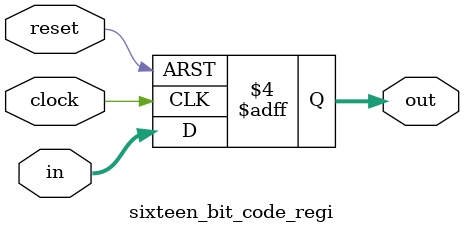
<source format=v>
module sixteen_bit_code_regi (
	input clock, 
	input reset, 
	input [15:0] in,
	output reg [15:0] out);
	
	always @(posedge clock or negedge reset) begin
		if (reset == 1'b0) begin
			out <= 16'b0000000000000000;
		end else if (clock == 1'b1) begin
			out <= in;
		end
	end
	
endmodule

</source>
